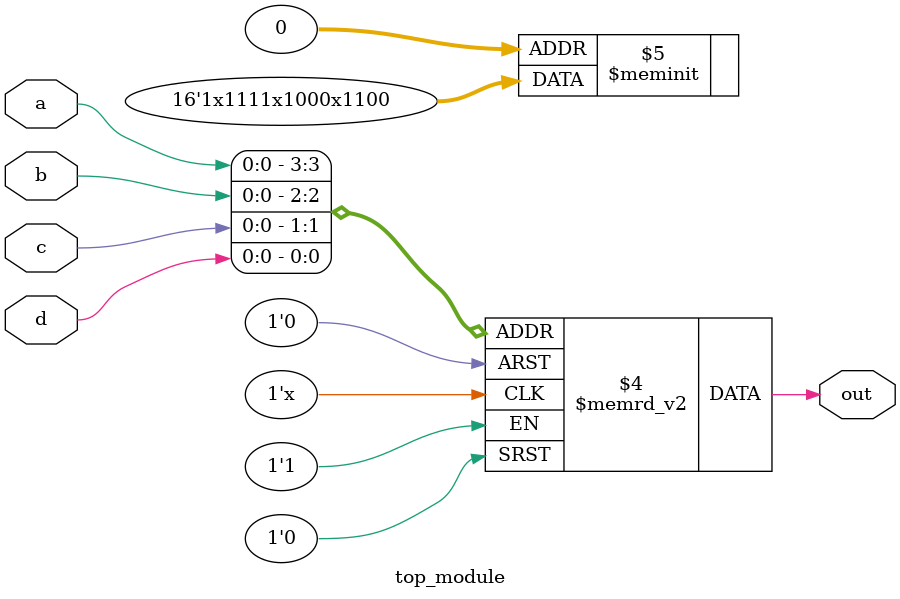
<source format=sv>
module top_module (
	input a, 
	input b,
	input c,
	input d,
	output reg out
);
	always @(a, b, c, d) begin
		case({a, b, c, d})
			4'b0000: out = 1'b0;
			4'b0001: out = 1'b0;
			4'b0010: out = 1'b1;
			4'b0011: out = 1'b1;
			4'b0100: out = 1'bx;
			4'b0101: out = 1'b0;
			4'b0110: out = 1'b0;
			4'b0111: out = 1'b0;
			4'b11_01: out = 1'b1;
			4'b11_10: out = 1'bx;
			4'b11_11: out = 1'b1;
			4'b11_00: out = 1'b1;
			4'b1000: out = 1'b1;
			4'b1001: out = 1'bx;
			4'b1011: out = 1'b1;
			4'b1010: out = 1'b1;
			default: out = 1'b0;
		endcase
	end
endmodule

</source>
